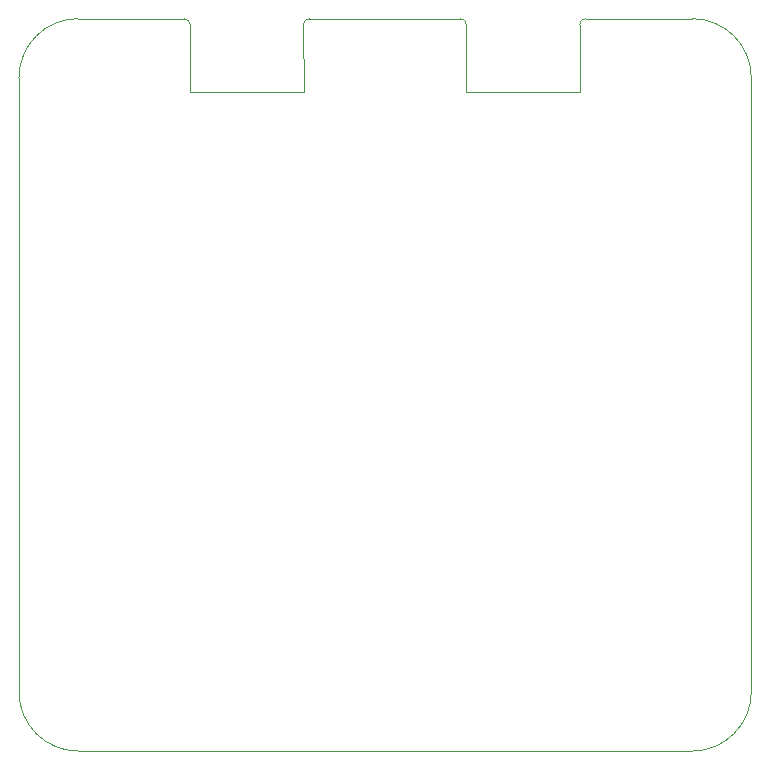
<source format=gbr>
%TF.GenerationSoftware,KiCad,Pcbnew,(5.99.0-10540-g55c1d814f9)*%
%TF.CreationDate,2021-05-28T07:36:21+02:00*%
%TF.ProjectId,1337-v3.0,31333337-2d76-4332-9e30-2e6b69636164,3.0*%
%TF.SameCoordinates,Original*%
%TF.FileFunction,Profile,NP*%
%FSLAX46Y46*%
G04 Gerber Fmt 4.6, Leading zero omitted, Abs format (unit mm)*
G04 Created by KiCad (PCBNEW (5.99.0-10540-g55c1d814f9)) date 2021-05-28 07:36:21*
%MOMM*%
%LPD*%
G01*
G04 APERTURE LIST*
%TA.AperFunction,Profile*%
%ADD10C,0.100000*%
%TD*%
G04 APERTURE END LIST*
D10*
X145473553Y-69563554D02*
G75*
G03*
X144973554Y-70063553I0J-499999D01*
G01*
X168380000Y-75750000D02*
X158770000Y-75760000D01*
X125889997Y-131564468D02*
X177889997Y-131570000D01*
X168363554Y-70063553D02*
X168380000Y-75750000D01*
X120885531Y-74555531D02*
X120890000Y-126564465D01*
X158766446Y-70063553D02*
G75*
G03*
X158266447Y-69563554I-499999J0D01*
G01*
X158266447Y-69563554D02*
X145473553Y-69563554D01*
X182890003Y-126570004D02*
G75*
G02*
X177889997Y-131570000I-5000001J5D01*
G01*
X177890000Y-69560000D02*
G75*
G02*
X182889996Y-74560006I-5J-5000001D01*
G01*
X168863553Y-69563554D02*
G75*
G03*
X168363554Y-70063553I0J-499999D01*
G01*
X182890000Y-126570003D02*
X182889996Y-74560006D01*
X144993554Y-75753553D02*
X135383554Y-75763553D01*
X177890000Y-69560000D02*
X168863553Y-69563554D01*
X144973554Y-70063553D02*
X144993554Y-75753553D01*
X158770000Y-75760000D02*
X158766446Y-70063553D01*
X135376446Y-70063553D02*
G75*
G03*
X134876447Y-69563554I-499999J0D01*
G01*
X125889996Y-131564471D02*
G75*
G02*
X120890000Y-126564465I5J5000001D01*
G01*
X134876447Y-69563554D02*
X125885534Y-69555534D01*
X135383554Y-75763553D02*
X135376447Y-70063554D01*
X120885531Y-74555531D02*
G75*
G02*
X125885534Y-69555534I5000000J-3D01*
G01*
M02*

</source>
